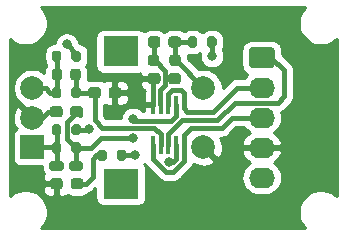
<source format=gbr>
%TF.GenerationSoftware,KiCad,Pcbnew,5.1.12-1.fc35*%
%TF.CreationDate,2021-11-27T14:31:25+00:00*%
%TF.ProjectId,kiCAD_TriSchmittHoleMount_v003.1,6b694341-445f-4547-9269-5363686d6974,rev?*%
%TF.SameCoordinates,Original*%
%TF.FileFunction,Copper,L1,Top*%
%TF.FilePolarity,Positive*%
%FSLAX46Y46*%
G04 Gerber Fmt 4.6, Leading zero omitted, Abs format (unit mm)*
G04 Created by KiCad (PCBNEW 5.1.12-1.fc35) date 2021-11-27 14:31:25*
%MOMM*%
%LPD*%
G01*
G04 APERTURE LIST*
%TA.AperFunction,ComponentPad*%
%ADD10O,2.190000X1.740000*%
%TD*%
%TA.AperFunction,SMDPad,CuDef*%
%ADD11R,0.300000X1.600000*%
%TD*%
%TA.AperFunction,ComponentPad*%
%ADD12C,2.000000*%
%TD*%
%TA.AperFunction,ComponentPad*%
%ADD13R,3.000000X2.500000*%
%TD*%
%TA.AperFunction,ComponentPad*%
%ADD14R,2.000000X2.000000*%
%TD*%
%TA.AperFunction,ViaPad*%
%ADD15C,0.800000*%
%TD*%
%TA.AperFunction,Conductor*%
%ADD16C,0.400000*%
%TD*%
%TA.AperFunction,Conductor*%
%ADD17C,1.000000*%
%TD*%
%TA.AperFunction,Conductor*%
%ADD18C,0.254000*%
%TD*%
%TA.AperFunction,Conductor*%
%ADD19C,0.100000*%
%TD*%
G04 APERTURE END LIST*
%TO.P,R7,2*%
%TO.N,Net-(D4-Pad2)*%
%TA.AperFunction,SMDPad,CuDef*%
G36*
G01*
X199875000Y-77125000D02*
X199875000Y-77675000D01*
G75*
G02*
X199675000Y-77875000I-200000J0D01*
G01*
X199275000Y-77875000D01*
G75*
G02*
X199075000Y-77675000I0J200000D01*
G01*
X199075000Y-77125000D01*
G75*
G02*
X199275000Y-76925000I200000J0D01*
G01*
X199675000Y-76925000D01*
G75*
G02*
X199875000Y-77125000I0J-200000D01*
G01*
G37*
%TD.AperFunction*%
%TO.P,R7,1*%
%TO.N,VCC*%
%TA.AperFunction,SMDPad,CuDef*%
G36*
G01*
X201525000Y-77125000D02*
X201525000Y-77675000D01*
G75*
G02*
X201325000Y-77875000I-200000J0D01*
G01*
X200925000Y-77875000D01*
G75*
G02*
X200725000Y-77675000I0J200000D01*
G01*
X200725000Y-77125000D01*
G75*
G02*
X200925000Y-76925000I200000J0D01*
G01*
X201325000Y-76925000D01*
G75*
G02*
X201525000Y-77125000I0J-200000D01*
G01*
G37*
%TD.AperFunction*%
%TD*%
%TO.P,D4,2*%
%TO.N,Net-(D4-Pad2)*%
%TA.AperFunction,SMDPad,CuDef*%
G36*
G01*
X196831334Y-80037500D02*
X196831334Y-79562500D01*
G75*
G02*
X197068834Y-79325000I237500J0D01*
G01*
X197643834Y-79325000D01*
G75*
G02*
X197881334Y-79562500I0J-237500D01*
G01*
X197881334Y-80037500D01*
G75*
G02*
X197643834Y-80275000I-237500J0D01*
G01*
X197068834Y-80275000D01*
G75*
G02*
X196831334Y-80037500I0J237500D01*
G01*
G37*
%TD.AperFunction*%
%TO.P,D4,1*%
%TO.N,GND*%
%TA.AperFunction,SMDPad,CuDef*%
G36*
G01*
X195081334Y-80037500D02*
X195081334Y-79562500D01*
G75*
G02*
X195318834Y-79325000I237500J0D01*
G01*
X195893834Y-79325000D01*
G75*
G02*
X196131334Y-79562500I0J-237500D01*
G01*
X196131334Y-80037500D01*
G75*
G02*
X195893834Y-80275000I-237500J0D01*
G01*
X195318834Y-80275000D01*
G75*
G02*
X195081334Y-80037500I0J237500D01*
G01*
G37*
%TD.AperFunction*%
%TD*%
D10*
%TO.P,J1,5*%
%TO.N,VCC*%
X213000000Y-79280000D03*
%TO.P,J1,4*%
%TO.N,GND*%
X213000000Y-76740000D03*
%TO.P,J1,3*%
%TO.N,/EncSw_Out*%
X213000000Y-74200000D03*
%TO.P,J1,2*%
%TO.N,/EncB_Out*%
X213000000Y-71660000D03*
%TO.P,J1,1*%
%TO.N,/EncA_Out*%
%TA.AperFunction,ComponentPad*%
G36*
G01*
X212154999Y-68250000D02*
X213845001Y-68250000D01*
G75*
G02*
X214095000Y-68499999I0J-249999D01*
G01*
X214095000Y-69740001D01*
G75*
G02*
X213845001Y-69990000I-249999J0D01*
G01*
X212154999Y-69990000D01*
G75*
G02*
X211905000Y-69740001I0J249999D01*
G01*
X211905000Y-68499999D01*
G75*
G02*
X212154999Y-68250000I249999J0D01*
G01*
G37*
%TD.AperFunction*%
%TD*%
D11*
%TO.P,U1,8*%
%TO.N,VCC*%
X205725000Y-76500000D03*
%TO.P,U1,7*%
%TO.N,/EncA_Out*%
X205075000Y-76500000D03*
%TO.P,U1,6*%
%TO.N,Trig_EncB*%
X204425000Y-76500000D03*
%TO.P,U1,5*%
%TO.N,/EncSw_Out*%
X203775000Y-76500000D03*
%TO.P,U1,4*%
%TO.N,GND*%
X203775000Y-73100000D03*
%TO.P,U1,3*%
%TO.N,Trig_EncSw*%
X204425000Y-73100000D03*
%TO.P,U1,2*%
%TO.N,/EncB_Out*%
X205075000Y-73100000D03*
%TO.P,U1,1*%
%TO.N,Trig_EncA*%
X205725000Y-73100000D03*
%TD*%
%TO.P,R6,2*%
%TO.N,Sig_EncSw*%
%TA.AperFunction,SMDPad,CuDef*%
G36*
G01*
X205175000Y-69587500D02*
X205175000Y-69112500D01*
G75*
G02*
X205412500Y-68875000I237500J0D01*
G01*
X205912500Y-68875000D01*
G75*
G02*
X206150000Y-69112500I0J-237500D01*
G01*
X206150000Y-69587500D01*
G75*
G02*
X205912500Y-69825000I-237500J0D01*
G01*
X205412500Y-69825000D01*
G75*
G02*
X205175000Y-69587500I0J237500D01*
G01*
G37*
%TD.AperFunction*%
%TO.P,R6,1*%
%TO.N,Trig_EncSw*%
%TA.AperFunction,SMDPad,CuDef*%
G36*
G01*
X203350000Y-69587500D02*
X203350000Y-69112500D01*
G75*
G02*
X203587500Y-68875000I237500J0D01*
G01*
X204087500Y-68875000D01*
G75*
G02*
X204325000Y-69112500I0J-237500D01*
G01*
X204325000Y-69587500D01*
G75*
G02*
X204087500Y-69825000I-237500J0D01*
G01*
X203587500Y-69825000D01*
G75*
G02*
X203350000Y-69587500I0J237500D01*
G01*
G37*
%TD.AperFunction*%
%TD*%
%TO.P,R5,2*%
%TO.N,VCC*%
%TA.AperFunction,SMDPad,CuDef*%
G36*
G01*
X208375000Y-68075000D02*
X208375000Y-67525000D01*
G75*
G02*
X208575000Y-67325000I200000J0D01*
G01*
X208975000Y-67325000D01*
G75*
G02*
X209175000Y-67525000I0J-200000D01*
G01*
X209175000Y-68075000D01*
G75*
G02*
X208975000Y-68275000I-200000J0D01*
G01*
X208575000Y-68275000D01*
G75*
G02*
X208375000Y-68075000I0J200000D01*
G01*
G37*
%TD.AperFunction*%
%TO.P,R5,1*%
%TO.N,Sig_EncSw*%
%TA.AperFunction,SMDPad,CuDef*%
G36*
G01*
X206725000Y-68075000D02*
X206725000Y-67525000D01*
G75*
G02*
X206925000Y-67325000I200000J0D01*
G01*
X207325000Y-67325000D01*
G75*
G02*
X207525000Y-67525000I0J-200000D01*
G01*
X207525000Y-68075000D01*
G75*
G02*
X207325000Y-68275000I-200000J0D01*
G01*
X206925000Y-68275000D01*
G75*
G02*
X206725000Y-68075000I0J200000D01*
G01*
G37*
%TD.AperFunction*%
%TD*%
%TO.P,R4,2*%
%TO.N,Sig_EncB*%
%TA.AperFunction,SMDPad,CuDef*%
G36*
G01*
X196033834Y-71825000D02*
X196033834Y-72375000D01*
G75*
G02*
X195833834Y-72575000I-200000J0D01*
G01*
X195433834Y-72575000D01*
G75*
G02*
X195233834Y-72375000I0J200000D01*
G01*
X195233834Y-71825000D01*
G75*
G02*
X195433834Y-71625000I200000J0D01*
G01*
X195833834Y-71625000D01*
G75*
G02*
X196033834Y-71825000I0J-200000D01*
G01*
G37*
%TD.AperFunction*%
%TO.P,R4,1*%
%TO.N,Trig_EncB*%
%TA.AperFunction,SMDPad,CuDef*%
G36*
G01*
X197683834Y-71825000D02*
X197683834Y-72375000D01*
G75*
G02*
X197483834Y-72575000I-200000J0D01*
G01*
X197083834Y-72575000D01*
G75*
G02*
X196883834Y-72375000I0J200000D01*
G01*
X196883834Y-71825000D01*
G75*
G02*
X197083834Y-71625000I200000J0D01*
G01*
X197483834Y-71625000D01*
G75*
G02*
X197683834Y-71825000I0J-200000D01*
G01*
G37*
%TD.AperFunction*%
%TD*%
%TO.P,R3,2*%
%TO.N,VCC*%
%TA.AperFunction,SMDPad,CuDef*%
G36*
G01*
X196883834Y-69275000D02*
X196883834Y-68725000D01*
G75*
G02*
X197083834Y-68525000I200000J0D01*
G01*
X197483834Y-68525000D01*
G75*
G02*
X197683834Y-68725000I0J-200000D01*
G01*
X197683834Y-69275000D01*
G75*
G02*
X197483834Y-69475000I-200000J0D01*
G01*
X197083834Y-69475000D01*
G75*
G02*
X196883834Y-69275000I0J200000D01*
G01*
G37*
%TD.AperFunction*%
%TO.P,R3,1*%
%TO.N,Sig_EncB*%
%TA.AperFunction,SMDPad,CuDef*%
G36*
G01*
X195233834Y-69275000D02*
X195233834Y-68725000D01*
G75*
G02*
X195433834Y-68525000I200000J0D01*
G01*
X195833834Y-68525000D01*
G75*
G02*
X196033834Y-68725000I0J-200000D01*
G01*
X196033834Y-69275000D01*
G75*
G02*
X195833834Y-69475000I-200000J0D01*
G01*
X195433834Y-69475000D01*
G75*
G02*
X195233834Y-69275000I0J200000D01*
G01*
G37*
%TD.AperFunction*%
%TD*%
%TO.P,R2,1*%
%TO.N,Trig_EncA*%
%TA.AperFunction,SMDPad,CuDef*%
G36*
G01*
X197683834Y-76498334D02*
X197683834Y-77048334D01*
G75*
G02*
X197483834Y-77248334I-200000J0D01*
G01*
X197083834Y-77248334D01*
G75*
G02*
X196883834Y-77048334I0J200000D01*
G01*
X196883834Y-76498334D01*
G75*
G02*
X197083834Y-76298334I200000J0D01*
G01*
X197483834Y-76298334D01*
G75*
G02*
X197683834Y-76498334I0J-200000D01*
G01*
G37*
%TD.AperFunction*%
%TO.P,R2,2*%
%TO.N,Sig_EncA*%
%TA.AperFunction,SMDPad,CuDef*%
G36*
G01*
X196033834Y-76498334D02*
X196033834Y-77048334D01*
G75*
G02*
X195833834Y-77248334I-200000J0D01*
G01*
X195433834Y-77248334D01*
G75*
G02*
X195233834Y-77048334I0J200000D01*
G01*
X195233834Y-76498334D01*
G75*
G02*
X195433834Y-76298334I200000J0D01*
G01*
X195833834Y-76298334D01*
G75*
G02*
X196033834Y-76498334I0J-200000D01*
G01*
G37*
%TD.AperFunction*%
%TD*%
%TO.P,R1,1*%
%TO.N,Sig_EncA*%
%TA.AperFunction,SMDPad,CuDef*%
G36*
G01*
X195233834Y-75511668D02*
X195233834Y-74961668D01*
G75*
G02*
X195433834Y-74761668I200000J0D01*
G01*
X195833834Y-74761668D01*
G75*
G02*
X196033834Y-74961668I0J-200000D01*
G01*
X196033834Y-75511668D01*
G75*
G02*
X195833834Y-75711668I-200000J0D01*
G01*
X195433834Y-75711668D01*
G75*
G02*
X195233834Y-75511668I0J200000D01*
G01*
G37*
%TD.AperFunction*%
%TO.P,R1,2*%
%TO.N,VCC*%
%TA.AperFunction,SMDPad,CuDef*%
G36*
G01*
X196883834Y-75511668D02*
X196883834Y-74961668D01*
G75*
G02*
X197083834Y-74761668I200000J0D01*
G01*
X197483834Y-74761668D01*
G75*
G02*
X197683834Y-74961668I0J-200000D01*
G01*
X197683834Y-75511668D01*
G75*
G02*
X197483834Y-75711668I-200000J0D01*
G01*
X197083834Y-75711668D01*
G75*
G02*
X196883834Y-75511668I0J200000D01*
G01*
G37*
%TD.AperFunction*%
%TD*%
%TO.P,D3,2*%
%TO.N,Sig_EncSw*%
%TA.AperFunction,SMDPad,CuDef*%
G36*
G01*
X205100000Y-68037500D02*
X205100000Y-67562500D01*
G75*
G02*
X205337500Y-67325000I237500J0D01*
G01*
X205912500Y-67325000D01*
G75*
G02*
X206150000Y-67562500I0J-237500D01*
G01*
X206150000Y-68037500D01*
G75*
G02*
X205912500Y-68275000I-237500J0D01*
G01*
X205337500Y-68275000D01*
G75*
G02*
X205100000Y-68037500I0J237500D01*
G01*
G37*
%TD.AperFunction*%
%TO.P,D3,1*%
%TO.N,Trig_EncSw*%
%TA.AperFunction,SMDPad,CuDef*%
G36*
G01*
X203350000Y-68037500D02*
X203350000Y-67562500D01*
G75*
G02*
X203587500Y-67325000I237500J0D01*
G01*
X204162500Y-67325000D01*
G75*
G02*
X204400000Y-67562500I0J-237500D01*
G01*
X204400000Y-68037500D01*
G75*
G02*
X204162500Y-68275000I-237500J0D01*
G01*
X203587500Y-68275000D01*
G75*
G02*
X203350000Y-68037500I0J237500D01*
G01*
G37*
%TD.AperFunction*%
%TD*%
%TO.P,D2,2*%
%TO.N,Sig_EncB*%
%TA.AperFunction,SMDPad,CuDef*%
G36*
G01*
X196088834Y-70293750D02*
X196088834Y-70806250D01*
G75*
G02*
X195870084Y-71025000I-218750J0D01*
G01*
X195432584Y-71025000D01*
G75*
G02*
X195213834Y-70806250I0J218750D01*
G01*
X195213834Y-70293750D01*
G75*
G02*
X195432584Y-70075000I218750J0D01*
G01*
X195870084Y-70075000D01*
G75*
G02*
X196088834Y-70293750I0J-218750D01*
G01*
G37*
%TD.AperFunction*%
%TO.P,D2,1*%
%TO.N,Trig_EncB*%
%TA.AperFunction,SMDPad,CuDef*%
G36*
G01*
X197663834Y-70293750D02*
X197663834Y-70806250D01*
G75*
G02*
X197445084Y-71025000I-218750J0D01*
G01*
X197007584Y-71025000D01*
G75*
G02*
X196788834Y-70806250I0J218750D01*
G01*
X196788834Y-70293750D01*
G75*
G02*
X197007584Y-70075000I218750J0D01*
G01*
X197445084Y-70075000D01*
G75*
G02*
X197663834Y-70293750I0J-218750D01*
G01*
G37*
%TD.AperFunction*%
%TD*%
%TO.P,D1,1*%
%TO.N,Trig_EncA*%
%TA.AperFunction,SMDPad,CuDef*%
G36*
G01*
X197863834Y-78087500D02*
X197863834Y-78512500D01*
G75*
G02*
X197651334Y-78725000I-212500J0D01*
G01*
X196851334Y-78725000D01*
G75*
G02*
X196638834Y-78512500I0J212500D01*
G01*
X196638834Y-78087500D01*
G75*
G02*
X196851334Y-77875000I212500J0D01*
G01*
X197651334Y-77875000D01*
G75*
G02*
X197863834Y-78087500I0J-212500D01*
G01*
G37*
%TD.AperFunction*%
%TO.P,D1,2*%
%TO.N,Sig_EncA*%
%TA.AperFunction,SMDPad,CuDef*%
G36*
G01*
X196238834Y-78087500D02*
X196238834Y-78512500D01*
G75*
G02*
X196026334Y-78725000I-212500J0D01*
G01*
X195226334Y-78725000D01*
G75*
G02*
X195013834Y-78512500I0J212500D01*
G01*
X195013834Y-78087500D01*
G75*
G02*
X195226334Y-77875000I212500J0D01*
G01*
X196026334Y-77875000D01*
G75*
G02*
X196238834Y-78087500I0J-212500D01*
G01*
G37*
%TD.AperFunction*%
%TD*%
%TO.P,C3,2*%
%TO.N,Trig_EncSw*%
%TA.AperFunction,SMDPad,CuDef*%
G36*
G01*
X205075000Y-71137500D02*
X205075000Y-70662500D01*
G75*
G02*
X205312500Y-70425000I237500J0D01*
G01*
X205912500Y-70425000D01*
G75*
G02*
X206150000Y-70662500I0J-237500D01*
G01*
X206150000Y-71137500D01*
G75*
G02*
X205912500Y-71375000I-237500J0D01*
G01*
X205312500Y-71375000D01*
G75*
G02*
X205075000Y-71137500I0J237500D01*
G01*
G37*
%TD.AperFunction*%
%TO.P,C3,1*%
%TO.N,GND*%
%TA.AperFunction,SMDPad,CuDef*%
G36*
G01*
X203350000Y-71137500D02*
X203350000Y-70662500D01*
G75*
G02*
X203587500Y-70425000I237500J0D01*
G01*
X204187500Y-70425000D01*
G75*
G02*
X204425000Y-70662500I0J-237500D01*
G01*
X204425000Y-71137500D01*
G75*
G02*
X204187500Y-71375000I-237500J0D01*
G01*
X203587500Y-71375000D01*
G75*
G02*
X203350000Y-71137500I0J237500D01*
G01*
G37*
%TD.AperFunction*%
%TD*%
%TO.P,C2,2*%
%TO.N,Trig_EncB*%
%TA.AperFunction,SMDPad,CuDef*%
G36*
G01*
X199375000Y-71862500D02*
X199375000Y-72337500D01*
G75*
G02*
X199137500Y-72575000I-237500J0D01*
G01*
X198537500Y-72575000D01*
G75*
G02*
X198300000Y-72337500I0J237500D01*
G01*
X198300000Y-71862500D01*
G75*
G02*
X198537500Y-71625000I237500J0D01*
G01*
X199137500Y-71625000D01*
G75*
G02*
X199375000Y-71862500I0J-237500D01*
G01*
G37*
%TD.AperFunction*%
%TO.P,C2,1*%
%TO.N,GND*%
%TA.AperFunction,SMDPad,CuDef*%
G36*
G01*
X201100000Y-71862500D02*
X201100000Y-72337500D01*
G75*
G02*
X200862500Y-72575000I-237500J0D01*
G01*
X200262500Y-72575000D01*
G75*
G02*
X200025000Y-72337500I0J237500D01*
G01*
X200025000Y-71862500D01*
G75*
G02*
X200262500Y-71625000I237500J0D01*
G01*
X200862500Y-71625000D01*
G75*
G02*
X201100000Y-71862500I0J-237500D01*
G01*
G37*
%TD.AperFunction*%
%TD*%
%TO.P,C1,1*%
%TO.N,GND*%
%TA.AperFunction,SMDPad,CuDef*%
G36*
G01*
X195058834Y-73937500D02*
X195058834Y-73462500D01*
G75*
G02*
X195296334Y-73225000I237500J0D01*
G01*
X195896334Y-73225000D01*
G75*
G02*
X196133834Y-73462500I0J-237500D01*
G01*
X196133834Y-73937500D01*
G75*
G02*
X195896334Y-74175000I-237500J0D01*
G01*
X195296334Y-74175000D01*
G75*
G02*
X195058834Y-73937500I0J237500D01*
G01*
G37*
%TD.AperFunction*%
%TO.P,C1,2*%
%TO.N,Trig_EncA*%
%TA.AperFunction,SMDPad,CuDef*%
G36*
G01*
X196783834Y-73937500D02*
X196783834Y-73462500D01*
G75*
G02*
X197021334Y-73225000I237500J0D01*
G01*
X197621334Y-73225000D01*
G75*
G02*
X197858834Y-73462500I0J-237500D01*
G01*
X197858834Y-73937500D01*
G75*
G02*
X197621334Y-74175000I-237500J0D01*
G01*
X197021334Y-74175000D01*
G75*
G02*
X196783834Y-73937500I0J237500D01*
G01*
G37*
%TD.AperFunction*%
%TD*%
D12*
%TO.P,SW1,S2*%
%TO.N,Sig_EncSw*%
X208050000Y-71700000D03*
%TO.P,SW1,S1*%
%TO.N,GND*%
X208050000Y-76700000D03*
D13*
%TO.P,SW1,MP*%
%TO.N,N/C*%
X201050000Y-68600000D03*
X201050000Y-79800000D03*
D12*
%TO.P,SW1,B*%
%TO.N,Sig_EncB*%
X193550000Y-71700000D03*
%TO.P,SW1,C*%
%TO.N,GND*%
X193550000Y-74200000D03*
D14*
%TO.P,SW1,A*%
%TO.N,Sig_EncA*%
X193550000Y-76700000D03*
%TD*%
D15*
%TO.N,VCC*%
X208800000Y-69000000D03*
X198400000Y-75200000D03*
X205165689Y-77934303D03*
X196500002Y-68000000D03*
X202300000Y-77400000D03*
%TO.N,Trig_EncA*%
X202100000Y-75900008D03*
X202100000Y-74299977D03*
%TD*%
D16*
%TO.N,GND*%
X193550000Y-74200000D02*
X194246334Y-74200000D01*
X194100000Y-73650000D02*
X193550000Y-74200000D01*
X194900000Y-73700000D02*
X195596334Y-73700000D01*
X194400000Y-74200000D02*
X194900000Y-73700000D01*
X193550000Y-74200000D02*
X194400000Y-74200000D01*
X203775000Y-71012500D02*
X203887500Y-70900000D01*
X203775000Y-73100000D02*
X203775000Y-71012500D01*
%TO.N,VCC*%
X208775000Y-68225004D02*
X208775000Y-67800000D01*
X208800000Y-69000000D02*
X208775000Y-68225004D01*
X197283834Y-75236668D02*
X198363332Y-75236668D01*
X198363332Y-75236668D02*
X198400000Y-75200000D01*
X205725000Y-76500000D02*
X205725000Y-77700000D01*
X205725000Y-77700000D02*
X205490697Y-77934303D01*
X205490697Y-77934303D02*
X205165689Y-77934303D01*
X197283834Y-69000000D02*
X197283834Y-68783832D01*
X197283834Y-68783832D02*
X196500002Y-68000000D01*
X202300000Y-77400000D02*
X201125000Y-77400000D01*
%TO.N,Trig_EncA*%
X197251334Y-76805834D02*
X197283834Y-76773334D01*
X197251334Y-78300000D02*
X197251334Y-76805834D01*
X196483824Y-75973324D02*
X197283834Y-76773334D01*
X196483824Y-74537510D02*
X196483824Y-75973324D01*
X197321334Y-73700000D02*
X196483824Y-74537510D01*
X197321334Y-73700000D02*
X197621334Y-74000000D01*
X202100000Y-74300000D02*
X202100000Y-74300000D01*
X205725000Y-74077912D02*
X205302925Y-74499987D01*
X202300010Y-74499987D02*
X202100000Y-74299977D01*
X205725000Y-73100000D02*
X205725000Y-74077912D01*
X205302925Y-74499987D02*
X202300010Y-74499987D01*
X199399992Y-75900008D02*
X202100000Y-75900008D01*
X198526666Y-76773334D02*
X199399992Y-75900008D01*
X197283834Y-76773334D02*
X198526666Y-76773334D01*
%TO.N,Trig_EncB*%
X198837500Y-72100000D02*
X197283834Y-72100000D01*
X197283834Y-72100000D02*
X197283834Y-70607500D01*
X204425000Y-75625000D02*
X204425000Y-76500000D01*
X203899987Y-75099987D02*
X204425000Y-75625000D01*
X199499987Y-75099987D02*
X203899987Y-75099987D01*
X198837500Y-74437500D02*
X199499987Y-75099987D01*
X198837500Y-72100000D02*
X198837500Y-74437500D01*
%TO.N,Trig_EncSw*%
X203837500Y-69350000D02*
X203875000Y-69312500D01*
X203875000Y-69312500D02*
X203875000Y-67800000D01*
X204825010Y-70225010D02*
X203950000Y-69350000D01*
X203950000Y-69350000D02*
X203837500Y-69350000D01*
X205500000Y-70900000D02*
X205612500Y-70900000D01*
X204399989Y-71826587D02*
X204825010Y-71401566D01*
X204399989Y-73074989D02*
X204399989Y-71826587D01*
X205612500Y-70900000D02*
X204900000Y-70900000D01*
X204900000Y-70900000D02*
X204825010Y-70825010D01*
X204825010Y-70825010D02*
X204825010Y-70225010D01*
X204825010Y-71401566D02*
X204825010Y-70825010D01*
%TO.N,Sig_EncA*%
X195626334Y-75244168D02*
X195633834Y-75236668D01*
X195626334Y-78300000D02*
X195626334Y-75244168D01*
X193550000Y-76700000D02*
X193550000Y-77300000D01*
X195560500Y-76700000D02*
X193550000Y-76700000D01*
X195633834Y-76773334D02*
X195560500Y-76700000D01*
D17*
%TO.N,Sig_EncB*%
X193310000Y-71700000D02*
X193350000Y-71740000D01*
D16*
X195633834Y-69000000D02*
X195633834Y-72100000D01*
X195100000Y-72100000D02*
X194700000Y-71700000D01*
X195633834Y-72100000D02*
X195100000Y-72100000D01*
X194700000Y-71700000D02*
X193550000Y-71700000D01*
%TO.N,Sig_EncSw*%
X207750000Y-71779998D02*
X207345012Y-71375010D01*
X205647500Y-69335000D02*
X205662500Y-69350000D01*
X205625000Y-69312500D02*
X205662500Y-69350000D01*
X205625000Y-67800000D02*
X205625000Y-69312500D01*
X207125000Y-67800000D02*
X205625000Y-67800000D01*
X205700000Y-69350000D02*
X208050000Y-71700000D01*
X205662500Y-69350000D02*
X205700000Y-69350000D01*
%TO.N,/EncA_Out*%
X213400000Y-69600000D02*
X213200000Y-69400000D01*
X206251455Y-74400000D02*
X205075000Y-75576455D01*
X209248542Y-74400000D02*
X206251455Y-74400000D01*
X214350000Y-72930000D02*
X210718542Y-72930000D01*
X210718542Y-72930000D02*
X209248542Y-74400000D01*
X214880000Y-72400000D02*
X214350000Y-72930000D01*
X214880000Y-70180000D02*
X214880000Y-72400000D01*
X205075000Y-75576455D02*
X205075000Y-76500000D01*
X213820000Y-69120000D02*
X214880000Y-70180000D01*
X213000000Y-69120000D02*
X213820000Y-69120000D01*
%TO.N,/EncB_Out*%
X210940000Y-71660000D02*
X213000000Y-71660000D01*
X206700000Y-73700000D02*
X208900000Y-73700000D01*
X206400000Y-73400000D02*
X206700000Y-73700000D01*
X208900000Y-73700000D02*
X210940000Y-71660000D01*
X206400000Y-72104998D02*
X206400000Y-73400000D01*
X206195002Y-71900000D02*
X206400000Y-72104998D01*
X205400000Y-71900000D02*
X206195002Y-71900000D01*
X205075000Y-72225000D02*
X205400000Y-71900000D01*
X205075000Y-73100000D02*
X205075000Y-72225000D01*
%TO.N,/EncSw_Out*%
X210500000Y-74200000D02*
X213000000Y-74200000D01*
X209645001Y-75054999D02*
X210500000Y-74200000D01*
X206400000Y-77900000D02*
X206400000Y-75697085D01*
X205500000Y-78800000D02*
X206400000Y-77900000D01*
X206400000Y-75697085D02*
X207042086Y-75054999D01*
X203775000Y-77675000D02*
X204900000Y-78800000D01*
X213000000Y-74200000D02*
X213200000Y-74200000D01*
X207042086Y-75054999D02*
X209645001Y-75054999D01*
X204900000Y-78800000D02*
X205500000Y-78800000D01*
X203775000Y-76500000D02*
X203775000Y-77675000D01*
%TO.N,Net-(D4-Pad2)*%
X198700000Y-79200000D02*
X198700000Y-77700000D01*
X199000000Y-77400000D02*
X199475000Y-77400000D01*
X198700000Y-77700000D02*
X199000000Y-77400000D01*
X198100000Y-79800000D02*
X198700000Y-79200000D01*
X197375000Y-79800000D02*
X198100000Y-79800000D01*
%TD*%
D18*
%TO.N,GND*%
X216535825Y-64998382D02*
X216329534Y-65307118D01*
X216187439Y-65650166D01*
X216115000Y-66014344D01*
X216115000Y-66385656D01*
X216187439Y-66749834D01*
X216329534Y-67092882D01*
X216535825Y-67401618D01*
X216798382Y-67664175D01*
X217107118Y-67870466D01*
X217450166Y-68012561D01*
X217814344Y-68085000D01*
X218185656Y-68085000D01*
X218549834Y-68012561D01*
X218892882Y-67870466D01*
X219201618Y-67664175D01*
X219340001Y-67525792D01*
X219340000Y-80874207D01*
X219201618Y-80735825D01*
X218892882Y-80529534D01*
X218549834Y-80387439D01*
X218185656Y-80315000D01*
X217814344Y-80315000D01*
X217450166Y-80387439D01*
X217107118Y-80529534D01*
X216798382Y-80735825D01*
X216535825Y-80998382D01*
X216329534Y-81307118D01*
X216187439Y-81650166D01*
X216115000Y-82014344D01*
X216115000Y-82385656D01*
X216187439Y-82749834D01*
X216329534Y-83092882D01*
X216535825Y-83401618D01*
X216674207Y-83540000D01*
X194325793Y-83540000D01*
X194464175Y-83401618D01*
X194670466Y-83092882D01*
X194812561Y-82749834D01*
X194885000Y-82385656D01*
X194885000Y-82014344D01*
X194812561Y-81650166D01*
X194670466Y-81307118D01*
X194464175Y-80998382D01*
X194201618Y-80735825D01*
X193892882Y-80529534D01*
X193549834Y-80387439D01*
X193185656Y-80315000D01*
X192814344Y-80315000D01*
X192450166Y-80387439D01*
X192107118Y-80529534D01*
X191798382Y-80735825D01*
X191660000Y-80874207D01*
X191660000Y-80275000D01*
X194443262Y-80275000D01*
X194455522Y-80399482D01*
X194491832Y-80519180D01*
X194550797Y-80629494D01*
X194630149Y-80726185D01*
X194726840Y-80805537D01*
X194837154Y-80864502D01*
X194956852Y-80900812D01*
X195081334Y-80913072D01*
X195320584Y-80910000D01*
X195479334Y-80751250D01*
X195479334Y-79927000D01*
X194605084Y-79927000D01*
X194446334Y-80085750D01*
X194443262Y-80275000D01*
X191660000Y-80275000D01*
X191660000Y-74262595D01*
X191908282Y-74262595D01*
X191952039Y-74581675D01*
X192057205Y-74886088D01*
X192150186Y-75060044D01*
X192299223Y-75114024D01*
X192195506Y-75169463D01*
X192098815Y-75248815D01*
X192019463Y-75345506D01*
X191960498Y-75455820D01*
X191924188Y-75575518D01*
X191911928Y-75700000D01*
X191911928Y-77700000D01*
X191924188Y-77824482D01*
X191960498Y-77944180D01*
X192019463Y-78054494D01*
X192098815Y-78151185D01*
X192195506Y-78230537D01*
X192305820Y-78289502D01*
X192425518Y-78325812D01*
X192550000Y-78338072D01*
X194375762Y-78338072D01*
X194375762Y-78512500D01*
X194392106Y-78678438D01*
X194440508Y-78838000D01*
X194519109Y-78985052D01*
X194533590Y-79002697D01*
X194491832Y-79080820D01*
X194455522Y-79200518D01*
X194443262Y-79325000D01*
X194446334Y-79514250D01*
X194605084Y-79673000D01*
X195479334Y-79673000D01*
X195479334Y-79653000D01*
X195733334Y-79653000D01*
X195733334Y-79673000D01*
X195753334Y-79673000D01*
X195753334Y-79927000D01*
X195733334Y-79927000D01*
X195733334Y-80751250D01*
X195892084Y-80910000D01*
X196131334Y-80913072D01*
X196255816Y-80900812D01*
X196375514Y-80864502D01*
X196485828Y-80805537D01*
X196558495Y-80745901D01*
X196582392Y-80765512D01*
X196733767Y-80846423D01*
X196898018Y-80896248D01*
X197068834Y-80913072D01*
X197643834Y-80913072D01*
X197814650Y-80896248D01*
X197978901Y-80846423D01*
X198130276Y-80765512D01*
X198262957Y-80656623D01*
X198299544Y-80612041D01*
X198421087Y-80575172D01*
X198566146Y-80497636D01*
X198693291Y-80393291D01*
X198719445Y-80361422D01*
X198911928Y-80168939D01*
X198911928Y-81050000D01*
X198924188Y-81174482D01*
X198960498Y-81294180D01*
X199019463Y-81404494D01*
X199098815Y-81501185D01*
X199195506Y-81580537D01*
X199305820Y-81639502D01*
X199425518Y-81675812D01*
X199550000Y-81688072D01*
X202550000Y-81688072D01*
X202674482Y-81675812D01*
X202794180Y-81639502D01*
X202904494Y-81580537D01*
X203001185Y-81501185D01*
X203080537Y-81404494D01*
X203139502Y-81294180D01*
X203175812Y-81174482D01*
X203188072Y-81050000D01*
X203188072Y-78550000D01*
X203175812Y-78425518D01*
X203139502Y-78305820D01*
X203080537Y-78195506D01*
X203029903Y-78133808D01*
X203058276Y-78105435D01*
X203076239Y-78139040D01*
X203077365Y-78141146D01*
X203181710Y-78268291D01*
X203213574Y-78294441D01*
X204280558Y-79361426D01*
X204306709Y-79393291D01*
X204433854Y-79497636D01*
X204578913Y-79575172D01*
X204736311Y-79622918D01*
X204858981Y-79635000D01*
X204858991Y-79635000D01*
X204899999Y-79639039D01*
X204941007Y-79635000D01*
X205458982Y-79635000D01*
X205500000Y-79639040D01*
X205541018Y-79635000D01*
X205541019Y-79635000D01*
X205663689Y-79622918D01*
X205821087Y-79575172D01*
X205966146Y-79497636D01*
X206093291Y-79393291D01*
X206119446Y-79361421D01*
X206200867Y-79280000D01*
X211262718Y-79280000D01*
X211291776Y-79575032D01*
X211377834Y-79858725D01*
X211517583Y-80120179D01*
X211705655Y-80349345D01*
X211934821Y-80537417D01*
X212196275Y-80677166D01*
X212479968Y-80763224D01*
X212701064Y-80785000D01*
X213298936Y-80785000D01*
X213520032Y-80763224D01*
X213803725Y-80677166D01*
X214065179Y-80537417D01*
X214294345Y-80349345D01*
X214482417Y-80120179D01*
X214622166Y-79858725D01*
X214708224Y-79575032D01*
X214737282Y-79280000D01*
X214708224Y-78984968D01*
X214622166Y-78701275D01*
X214482417Y-78439821D01*
X214294345Y-78210655D01*
X214065179Y-78022583D01*
X214036848Y-78007440D01*
X214177433Y-77914708D01*
X214388306Y-77706326D01*
X214554474Y-77460809D01*
X214669551Y-77187591D01*
X214686302Y-77100031D01*
X214565246Y-76867000D01*
X213127000Y-76867000D01*
X213127000Y-76887000D01*
X212873000Y-76887000D01*
X212873000Y-76867000D01*
X211434754Y-76867000D01*
X211313698Y-77100031D01*
X211330449Y-77187591D01*
X211445526Y-77460809D01*
X211611694Y-77706326D01*
X211822567Y-77914708D01*
X211963152Y-78007440D01*
X211934821Y-78022583D01*
X211705655Y-78210655D01*
X211517583Y-78439821D01*
X211377834Y-78701275D01*
X211291776Y-78984968D01*
X211262718Y-79280000D01*
X206200867Y-79280000D01*
X206961427Y-78519440D01*
X206993291Y-78493291D01*
X207097636Y-78366146D01*
X207175172Y-78221087D01*
X207209130Y-78109142D01*
X207479571Y-78240704D01*
X207791108Y-78322384D01*
X208112595Y-78341718D01*
X208431675Y-78297961D01*
X208736088Y-78192795D01*
X208910044Y-78099814D01*
X209005808Y-77835413D01*
X208050000Y-76879605D01*
X208035858Y-76893748D01*
X207856253Y-76714143D01*
X207870395Y-76700000D01*
X207856253Y-76685858D01*
X208035858Y-76506253D01*
X208050000Y-76520395D01*
X208064143Y-76506253D01*
X208243748Y-76685858D01*
X208229605Y-76700000D01*
X209185413Y-77655808D01*
X209449814Y-77560044D01*
X209590704Y-77270429D01*
X209672384Y-76958892D01*
X209691718Y-76637405D01*
X209647961Y-76318325D01*
X209542795Y-76013912D01*
X209476562Y-75889999D01*
X209603983Y-75889999D01*
X209645001Y-75894039D01*
X209686019Y-75889999D01*
X209686020Y-75889999D01*
X209808690Y-75877917D01*
X209966088Y-75830171D01*
X210111147Y-75752635D01*
X210238292Y-75648290D01*
X210264447Y-75616420D01*
X210845868Y-75035000D01*
X211514815Y-75035000D01*
X211517583Y-75040179D01*
X211705655Y-75269345D01*
X211934821Y-75457417D01*
X211963152Y-75472560D01*
X211822567Y-75565292D01*
X211611694Y-75773674D01*
X211445526Y-76019191D01*
X211330449Y-76292409D01*
X211313698Y-76379969D01*
X211434754Y-76613000D01*
X212873000Y-76613000D01*
X212873000Y-76593000D01*
X213127000Y-76593000D01*
X213127000Y-76613000D01*
X214565246Y-76613000D01*
X214686302Y-76379969D01*
X214669551Y-76292409D01*
X214554474Y-76019191D01*
X214388306Y-75773674D01*
X214177433Y-75565292D01*
X214036848Y-75472560D01*
X214065179Y-75457417D01*
X214294345Y-75269345D01*
X214482417Y-75040179D01*
X214622166Y-74778725D01*
X214708224Y-74495032D01*
X214737282Y-74200000D01*
X214708224Y-73904968D01*
X214649594Y-73711692D01*
X214671087Y-73705172D01*
X214816146Y-73627636D01*
X214943291Y-73523291D01*
X214969446Y-73491421D01*
X215441421Y-73019446D01*
X215473291Y-72993291D01*
X215577636Y-72866146D01*
X215655172Y-72721087D01*
X215702918Y-72563689D01*
X215715000Y-72441019D01*
X215719040Y-72400001D01*
X215715000Y-72358982D01*
X215715000Y-70221007D01*
X215719039Y-70179999D01*
X215715000Y-70138991D01*
X215715000Y-70138981D01*
X215702918Y-70016311D01*
X215655172Y-69858913D01*
X215577636Y-69713854D01*
X215473291Y-69586709D01*
X215441428Y-69560560D01*
X214733072Y-68852205D01*
X214733072Y-68499999D01*
X214716008Y-68326745D01*
X214665472Y-68160149D01*
X214583405Y-68006613D01*
X214472962Y-67872038D01*
X214338387Y-67761595D01*
X214184851Y-67679528D01*
X214018255Y-67628992D01*
X213845001Y-67611928D01*
X212154999Y-67611928D01*
X211981745Y-67628992D01*
X211815149Y-67679528D01*
X211661613Y-67761595D01*
X211527038Y-67872038D01*
X211416595Y-68006613D01*
X211334528Y-68160149D01*
X211283992Y-68326745D01*
X211266928Y-68499999D01*
X211266928Y-69740001D01*
X211283992Y-69913255D01*
X211334528Y-70079851D01*
X211416595Y-70233387D01*
X211527038Y-70367962D01*
X211661613Y-70478405D01*
X211771114Y-70536934D01*
X211705655Y-70590655D01*
X211517583Y-70819821D01*
X211514815Y-70825000D01*
X210981018Y-70825000D01*
X210940000Y-70820960D01*
X210898982Y-70825000D01*
X210898981Y-70825000D01*
X210776311Y-70837082D01*
X210644448Y-70877082D01*
X210618913Y-70884828D01*
X210473854Y-70962364D01*
X210384740Y-71035498D01*
X210346709Y-71066709D01*
X210320563Y-71098568D01*
X209685000Y-71734132D01*
X209685000Y-71538967D01*
X209622168Y-71223088D01*
X209498918Y-70925537D01*
X209319987Y-70657748D01*
X209092252Y-70430013D01*
X208824463Y-70251082D01*
X208526912Y-70127832D01*
X208211033Y-70065000D01*
X207888967Y-70065000D01*
X207644496Y-70113628D01*
X206788072Y-69257205D01*
X206788072Y-69112500D01*
X206771248Y-68941684D01*
X206757297Y-68895694D01*
X206761500Y-68896969D01*
X206925000Y-68913072D01*
X207325000Y-68913072D01*
X207488500Y-68896969D01*
X207645716Y-68849278D01*
X207790049Y-68772130D01*
X207765000Y-68898061D01*
X207765000Y-69101939D01*
X207804774Y-69301898D01*
X207882795Y-69490256D01*
X207996063Y-69659774D01*
X208140226Y-69803937D01*
X208309744Y-69917205D01*
X208498102Y-69995226D01*
X208698061Y-70035000D01*
X208901939Y-70035000D01*
X209101898Y-69995226D01*
X209290256Y-69917205D01*
X209459774Y-69803937D01*
X209603937Y-69659774D01*
X209717205Y-69490256D01*
X209795226Y-69301898D01*
X209835000Y-69101939D01*
X209835000Y-68898061D01*
X209795226Y-68698102D01*
X209717205Y-68509744D01*
X209701162Y-68485734D01*
X209749278Y-68395716D01*
X209796969Y-68238500D01*
X209813072Y-68075000D01*
X209813072Y-67525000D01*
X209796969Y-67361500D01*
X209749278Y-67204284D01*
X209671831Y-67059392D01*
X209567606Y-66932394D01*
X209440608Y-66828169D01*
X209295716Y-66750722D01*
X209138500Y-66703031D01*
X208975000Y-66686928D01*
X208575000Y-66686928D01*
X208411500Y-66703031D01*
X208254284Y-66750722D01*
X208109392Y-66828169D01*
X207982394Y-66932394D01*
X207950000Y-66971866D01*
X207917606Y-66932394D01*
X207790608Y-66828169D01*
X207645716Y-66750722D01*
X207488500Y-66703031D01*
X207325000Y-66686928D01*
X206925000Y-66686928D01*
X206761500Y-66703031D01*
X206604284Y-66750722D01*
X206459392Y-66828169D01*
X206425317Y-66856134D01*
X206398942Y-66834488D01*
X206247567Y-66753577D01*
X206083316Y-66703752D01*
X205912500Y-66686928D01*
X205337500Y-66686928D01*
X205166684Y-66703752D01*
X205002433Y-66753577D01*
X204851058Y-66834488D01*
X204750000Y-66917425D01*
X204648942Y-66834488D01*
X204497567Y-66753577D01*
X204333316Y-66703752D01*
X204162500Y-66686928D01*
X203587500Y-66686928D01*
X203416684Y-66703752D01*
X203252433Y-66753577D01*
X203101058Y-66834488D01*
X203009834Y-66909354D01*
X203001185Y-66898815D01*
X202904494Y-66819463D01*
X202794180Y-66760498D01*
X202674482Y-66724188D01*
X202550000Y-66711928D01*
X199550000Y-66711928D01*
X199425518Y-66724188D01*
X199305820Y-66760498D01*
X199195506Y-66819463D01*
X199098815Y-66898815D01*
X199019463Y-66995506D01*
X198960498Y-67105820D01*
X198924188Y-67225518D01*
X198911928Y-67350000D01*
X198911928Y-69850000D01*
X198924188Y-69974482D01*
X198960498Y-70094180D01*
X199019463Y-70204494D01*
X199098815Y-70301185D01*
X199195506Y-70380537D01*
X199305820Y-70439502D01*
X199425518Y-70475812D01*
X199550000Y-70488072D01*
X202550000Y-70488072D01*
X202674482Y-70475812D01*
X202712565Y-70464260D01*
X202715000Y-70614250D01*
X202873750Y-70773000D01*
X203760500Y-70773000D01*
X203760500Y-70753000D01*
X203990010Y-70753000D01*
X203990010Y-70783991D01*
X203985970Y-70825010D01*
X203990010Y-70866028D01*
X203990010Y-71047000D01*
X203760500Y-71047000D01*
X203760500Y-71027000D01*
X202873750Y-71027000D01*
X202715000Y-71185750D01*
X202711928Y-71375000D01*
X202724188Y-71499482D01*
X202760498Y-71619180D01*
X202819463Y-71729494D01*
X202898815Y-71826185D01*
X202995506Y-71905537D01*
X203088392Y-71955186D01*
X203032089Y-72064219D01*
X202997483Y-72184420D01*
X202986992Y-72309063D01*
X202990000Y-72814250D01*
X203148750Y-72973000D01*
X203564989Y-72973000D01*
X203564989Y-73116007D01*
X203575921Y-73227000D01*
X203148750Y-73227000D01*
X202990000Y-73385750D01*
X202988337Y-73664987D01*
X202920497Y-73664987D01*
X202903937Y-73640203D01*
X202759774Y-73496040D01*
X202590256Y-73382772D01*
X202401898Y-73304751D01*
X202201939Y-73264977D01*
X201998061Y-73264977D01*
X201798102Y-73304751D01*
X201609744Y-73382772D01*
X201440226Y-73496040D01*
X201296063Y-73640203D01*
X201182795Y-73809721D01*
X201104774Y-73998079D01*
X201065000Y-74198038D01*
X201065000Y-74264987D01*
X199845855Y-74264987D01*
X199672500Y-74091633D01*
X199672500Y-73106603D01*
X199780820Y-73164502D01*
X199900518Y-73200812D01*
X200025000Y-73213072D01*
X200276750Y-73210000D01*
X200435500Y-73051250D01*
X200435500Y-72227000D01*
X200689500Y-72227000D01*
X200689500Y-73051250D01*
X200848250Y-73210000D01*
X201100000Y-73213072D01*
X201224482Y-73200812D01*
X201344180Y-73164502D01*
X201454494Y-73105537D01*
X201551185Y-73026185D01*
X201630537Y-72929494D01*
X201689502Y-72819180D01*
X201725812Y-72699482D01*
X201738072Y-72575000D01*
X201735000Y-72385750D01*
X201576250Y-72227000D01*
X200689500Y-72227000D01*
X200435500Y-72227000D01*
X200415500Y-72227000D01*
X200415500Y-71973000D01*
X200435500Y-71973000D01*
X200435500Y-71148750D01*
X200689500Y-71148750D01*
X200689500Y-71973000D01*
X201576250Y-71973000D01*
X201735000Y-71814250D01*
X201738072Y-71625000D01*
X201725812Y-71500518D01*
X201689502Y-71380820D01*
X201630537Y-71270506D01*
X201551185Y-71173815D01*
X201454494Y-71094463D01*
X201344180Y-71035498D01*
X201224482Y-70999188D01*
X201100000Y-70986928D01*
X200848250Y-70990000D01*
X200689500Y-71148750D01*
X200435500Y-71148750D01*
X200276750Y-70990000D01*
X200025000Y-70986928D01*
X199900518Y-70999188D01*
X199780820Y-71035498D01*
X199670506Y-71094463D01*
X199622606Y-71133774D01*
X199472567Y-71053577D01*
X199308316Y-71003752D01*
X199137500Y-70986928D01*
X198537500Y-70986928D01*
X198366684Y-71003752D01*
X198267071Y-71033969D01*
X198285442Y-70973408D01*
X198301906Y-70806250D01*
X198301906Y-70293750D01*
X198285442Y-70126592D01*
X198236684Y-69965858D01*
X198157505Y-69817725D01*
X198137441Y-69793277D01*
X198180665Y-69740608D01*
X198258112Y-69595716D01*
X198305803Y-69438500D01*
X198321906Y-69275000D01*
X198321906Y-68725000D01*
X198305803Y-68561500D01*
X198258112Y-68404284D01*
X198180665Y-68259392D01*
X198076440Y-68132394D01*
X197949442Y-68028169D01*
X197804550Y-67950722D01*
X197647334Y-67903031D01*
X197576971Y-67896101D01*
X197524094Y-67843224D01*
X197495228Y-67698102D01*
X197417207Y-67509744D01*
X197303939Y-67340226D01*
X197159776Y-67196063D01*
X196990258Y-67082795D01*
X196801900Y-67004774D01*
X196601941Y-66965000D01*
X196398063Y-66965000D01*
X196198104Y-67004774D01*
X196009746Y-67082795D01*
X195840228Y-67196063D01*
X195696065Y-67340226D01*
X195582797Y-67509744D01*
X195504776Y-67698102D01*
X195467216Y-67886928D01*
X195433834Y-67886928D01*
X195270334Y-67903031D01*
X195113118Y-67950722D01*
X194968226Y-68028169D01*
X194841228Y-68132394D01*
X194737003Y-68259392D01*
X194659556Y-68404284D01*
X194611865Y-68561500D01*
X194595762Y-68725000D01*
X194595762Y-69275000D01*
X194611865Y-69438500D01*
X194659556Y-69595716D01*
X194737003Y-69740608D01*
X194760227Y-69768906D01*
X194720163Y-69817725D01*
X194640984Y-69965858D01*
X194592226Y-70126592D01*
X194575762Y-70293750D01*
X194575762Y-70418995D01*
X194324463Y-70251082D01*
X194026912Y-70127832D01*
X193711033Y-70065000D01*
X193388967Y-70065000D01*
X193073088Y-70127832D01*
X192775537Y-70251082D01*
X192507748Y-70430013D01*
X192280013Y-70657748D01*
X192101082Y-70925537D01*
X191977832Y-71223088D01*
X191915000Y-71538967D01*
X191915000Y-71861033D01*
X191977832Y-72176912D01*
X192101082Y-72474463D01*
X192280013Y-72742252D01*
X192507748Y-72969987D01*
X192604935Y-73034925D01*
X192594192Y-73064587D01*
X193550000Y-74020395D01*
X193564143Y-74006253D01*
X193743748Y-74185858D01*
X193729605Y-74200000D01*
X193743748Y-74214143D01*
X193564143Y-74393748D01*
X193550000Y-74379605D01*
X193535858Y-74393748D01*
X193356253Y-74214143D01*
X193370395Y-74200000D01*
X192414587Y-73244192D01*
X192150186Y-73339956D01*
X192009296Y-73629571D01*
X191927616Y-73941108D01*
X191908282Y-74262595D01*
X191660000Y-74262595D01*
X191660000Y-67525793D01*
X191798382Y-67664175D01*
X192107118Y-67870466D01*
X192450166Y-68012561D01*
X192814344Y-68085000D01*
X193185656Y-68085000D01*
X193549834Y-68012561D01*
X193892882Y-67870466D01*
X194201618Y-67664175D01*
X194464175Y-67401618D01*
X194670466Y-67092882D01*
X194812561Y-66749834D01*
X194885000Y-66385656D01*
X194885000Y-66014344D01*
X194812561Y-65650166D01*
X194670466Y-65307118D01*
X194464175Y-64998382D01*
X194325793Y-64860000D01*
X216674207Y-64860000D01*
X216535825Y-64998382D01*
%TA.AperFunction,Conductor*%
D19*
G36*
X216535825Y-64998382D02*
G01*
X216329534Y-65307118D01*
X216187439Y-65650166D01*
X216115000Y-66014344D01*
X216115000Y-66385656D01*
X216187439Y-66749834D01*
X216329534Y-67092882D01*
X216535825Y-67401618D01*
X216798382Y-67664175D01*
X217107118Y-67870466D01*
X217450166Y-68012561D01*
X217814344Y-68085000D01*
X218185656Y-68085000D01*
X218549834Y-68012561D01*
X218892882Y-67870466D01*
X219201618Y-67664175D01*
X219340001Y-67525792D01*
X219340000Y-80874207D01*
X219201618Y-80735825D01*
X218892882Y-80529534D01*
X218549834Y-80387439D01*
X218185656Y-80315000D01*
X217814344Y-80315000D01*
X217450166Y-80387439D01*
X217107118Y-80529534D01*
X216798382Y-80735825D01*
X216535825Y-80998382D01*
X216329534Y-81307118D01*
X216187439Y-81650166D01*
X216115000Y-82014344D01*
X216115000Y-82385656D01*
X216187439Y-82749834D01*
X216329534Y-83092882D01*
X216535825Y-83401618D01*
X216674207Y-83540000D01*
X194325793Y-83540000D01*
X194464175Y-83401618D01*
X194670466Y-83092882D01*
X194812561Y-82749834D01*
X194885000Y-82385656D01*
X194885000Y-82014344D01*
X194812561Y-81650166D01*
X194670466Y-81307118D01*
X194464175Y-80998382D01*
X194201618Y-80735825D01*
X193892882Y-80529534D01*
X193549834Y-80387439D01*
X193185656Y-80315000D01*
X192814344Y-80315000D01*
X192450166Y-80387439D01*
X192107118Y-80529534D01*
X191798382Y-80735825D01*
X191660000Y-80874207D01*
X191660000Y-80275000D01*
X194443262Y-80275000D01*
X194455522Y-80399482D01*
X194491832Y-80519180D01*
X194550797Y-80629494D01*
X194630149Y-80726185D01*
X194726840Y-80805537D01*
X194837154Y-80864502D01*
X194956852Y-80900812D01*
X195081334Y-80913072D01*
X195320584Y-80910000D01*
X195479334Y-80751250D01*
X195479334Y-79927000D01*
X194605084Y-79927000D01*
X194446334Y-80085750D01*
X194443262Y-80275000D01*
X191660000Y-80275000D01*
X191660000Y-74262595D01*
X191908282Y-74262595D01*
X191952039Y-74581675D01*
X192057205Y-74886088D01*
X192150186Y-75060044D01*
X192299223Y-75114024D01*
X192195506Y-75169463D01*
X192098815Y-75248815D01*
X192019463Y-75345506D01*
X191960498Y-75455820D01*
X191924188Y-75575518D01*
X191911928Y-75700000D01*
X191911928Y-77700000D01*
X191924188Y-77824482D01*
X191960498Y-77944180D01*
X192019463Y-78054494D01*
X192098815Y-78151185D01*
X192195506Y-78230537D01*
X192305820Y-78289502D01*
X192425518Y-78325812D01*
X192550000Y-78338072D01*
X194375762Y-78338072D01*
X194375762Y-78512500D01*
X194392106Y-78678438D01*
X194440508Y-78838000D01*
X194519109Y-78985052D01*
X194533590Y-79002697D01*
X194491832Y-79080820D01*
X194455522Y-79200518D01*
X194443262Y-79325000D01*
X194446334Y-79514250D01*
X194605084Y-79673000D01*
X195479334Y-79673000D01*
X195479334Y-79653000D01*
X195733334Y-79653000D01*
X195733334Y-79673000D01*
X195753334Y-79673000D01*
X195753334Y-79927000D01*
X195733334Y-79927000D01*
X195733334Y-80751250D01*
X195892084Y-80910000D01*
X196131334Y-80913072D01*
X196255816Y-80900812D01*
X196375514Y-80864502D01*
X196485828Y-80805537D01*
X196558495Y-80745901D01*
X196582392Y-80765512D01*
X196733767Y-80846423D01*
X196898018Y-80896248D01*
X197068834Y-80913072D01*
X197643834Y-80913072D01*
X197814650Y-80896248D01*
X197978901Y-80846423D01*
X198130276Y-80765512D01*
X198262957Y-80656623D01*
X198299544Y-80612041D01*
X198421087Y-80575172D01*
X198566146Y-80497636D01*
X198693291Y-80393291D01*
X198719445Y-80361422D01*
X198911928Y-80168939D01*
X198911928Y-81050000D01*
X198924188Y-81174482D01*
X198960498Y-81294180D01*
X199019463Y-81404494D01*
X199098815Y-81501185D01*
X199195506Y-81580537D01*
X199305820Y-81639502D01*
X199425518Y-81675812D01*
X199550000Y-81688072D01*
X202550000Y-81688072D01*
X202674482Y-81675812D01*
X202794180Y-81639502D01*
X202904494Y-81580537D01*
X203001185Y-81501185D01*
X203080537Y-81404494D01*
X203139502Y-81294180D01*
X203175812Y-81174482D01*
X203188072Y-81050000D01*
X203188072Y-78550000D01*
X203175812Y-78425518D01*
X203139502Y-78305820D01*
X203080537Y-78195506D01*
X203029903Y-78133808D01*
X203058276Y-78105435D01*
X203076239Y-78139040D01*
X203077365Y-78141146D01*
X203181710Y-78268291D01*
X203213574Y-78294441D01*
X204280558Y-79361426D01*
X204306709Y-79393291D01*
X204433854Y-79497636D01*
X204578913Y-79575172D01*
X204736311Y-79622918D01*
X204858981Y-79635000D01*
X204858991Y-79635000D01*
X204899999Y-79639039D01*
X204941007Y-79635000D01*
X205458982Y-79635000D01*
X205500000Y-79639040D01*
X205541018Y-79635000D01*
X205541019Y-79635000D01*
X205663689Y-79622918D01*
X205821087Y-79575172D01*
X205966146Y-79497636D01*
X206093291Y-79393291D01*
X206119446Y-79361421D01*
X206200867Y-79280000D01*
X211262718Y-79280000D01*
X211291776Y-79575032D01*
X211377834Y-79858725D01*
X211517583Y-80120179D01*
X211705655Y-80349345D01*
X211934821Y-80537417D01*
X212196275Y-80677166D01*
X212479968Y-80763224D01*
X212701064Y-80785000D01*
X213298936Y-80785000D01*
X213520032Y-80763224D01*
X213803725Y-80677166D01*
X214065179Y-80537417D01*
X214294345Y-80349345D01*
X214482417Y-80120179D01*
X214622166Y-79858725D01*
X214708224Y-79575032D01*
X214737282Y-79280000D01*
X214708224Y-78984968D01*
X214622166Y-78701275D01*
X214482417Y-78439821D01*
X214294345Y-78210655D01*
X214065179Y-78022583D01*
X214036848Y-78007440D01*
X214177433Y-77914708D01*
X214388306Y-77706326D01*
X214554474Y-77460809D01*
X214669551Y-77187591D01*
X214686302Y-77100031D01*
X214565246Y-76867000D01*
X213127000Y-76867000D01*
X213127000Y-76887000D01*
X212873000Y-76887000D01*
X212873000Y-76867000D01*
X211434754Y-76867000D01*
X211313698Y-77100031D01*
X211330449Y-77187591D01*
X211445526Y-77460809D01*
X211611694Y-77706326D01*
X211822567Y-77914708D01*
X211963152Y-78007440D01*
X211934821Y-78022583D01*
X211705655Y-78210655D01*
X211517583Y-78439821D01*
X211377834Y-78701275D01*
X211291776Y-78984968D01*
X211262718Y-79280000D01*
X206200867Y-79280000D01*
X206961427Y-78519440D01*
X206993291Y-78493291D01*
X207097636Y-78366146D01*
X207175172Y-78221087D01*
X207209130Y-78109142D01*
X207479571Y-78240704D01*
X207791108Y-78322384D01*
X208112595Y-78341718D01*
X208431675Y-78297961D01*
X208736088Y-78192795D01*
X208910044Y-78099814D01*
X209005808Y-77835413D01*
X208050000Y-76879605D01*
X208035858Y-76893748D01*
X207856253Y-76714143D01*
X207870395Y-76700000D01*
X207856253Y-76685858D01*
X208035858Y-76506253D01*
X208050000Y-76520395D01*
X208064143Y-76506253D01*
X208243748Y-76685858D01*
X208229605Y-76700000D01*
X209185413Y-77655808D01*
X209449814Y-77560044D01*
X209590704Y-77270429D01*
X209672384Y-76958892D01*
X209691718Y-76637405D01*
X209647961Y-76318325D01*
X209542795Y-76013912D01*
X209476562Y-75889999D01*
X209603983Y-75889999D01*
X209645001Y-75894039D01*
X209686019Y-75889999D01*
X209686020Y-75889999D01*
X209808690Y-75877917D01*
X209966088Y-75830171D01*
X210111147Y-75752635D01*
X210238292Y-75648290D01*
X210264447Y-75616420D01*
X210845868Y-75035000D01*
X211514815Y-75035000D01*
X211517583Y-75040179D01*
X211705655Y-75269345D01*
X211934821Y-75457417D01*
X211963152Y-75472560D01*
X211822567Y-75565292D01*
X211611694Y-75773674D01*
X211445526Y-76019191D01*
X211330449Y-76292409D01*
X211313698Y-76379969D01*
X211434754Y-76613000D01*
X212873000Y-76613000D01*
X212873000Y-76593000D01*
X213127000Y-76593000D01*
X213127000Y-76613000D01*
X214565246Y-76613000D01*
X214686302Y-76379969D01*
X214669551Y-76292409D01*
X214554474Y-76019191D01*
X214388306Y-75773674D01*
X214177433Y-75565292D01*
X214036848Y-75472560D01*
X214065179Y-75457417D01*
X214294345Y-75269345D01*
X214482417Y-75040179D01*
X214622166Y-74778725D01*
X214708224Y-74495032D01*
X214737282Y-74200000D01*
X214708224Y-73904968D01*
X214649594Y-73711692D01*
X214671087Y-73705172D01*
X214816146Y-73627636D01*
X214943291Y-73523291D01*
X214969446Y-73491421D01*
X215441421Y-73019446D01*
X215473291Y-72993291D01*
X215577636Y-72866146D01*
X215655172Y-72721087D01*
X215702918Y-72563689D01*
X215715000Y-72441019D01*
X215719040Y-72400001D01*
X215715000Y-72358982D01*
X215715000Y-70221007D01*
X215719039Y-70179999D01*
X215715000Y-70138991D01*
X215715000Y-70138981D01*
X215702918Y-70016311D01*
X215655172Y-69858913D01*
X215577636Y-69713854D01*
X215473291Y-69586709D01*
X215441428Y-69560560D01*
X214733072Y-68852205D01*
X214733072Y-68499999D01*
X214716008Y-68326745D01*
X214665472Y-68160149D01*
X214583405Y-68006613D01*
X214472962Y-67872038D01*
X214338387Y-67761595D01*
X214184851Y-67679528D01*
X214018255Y-67628992D01*
X213845001Y-67611928D01*
X212154999Y-67611928D01*
X211981745Y-67628992D01*
X211815149Y-67679528D01*
X211661613Y-67761595D01*
X211527038Y-67872038D01*
X211416595Y-68006613D01*
X211334528Y-68160149D01*
X211283992Y-68326745D01*
X211266928Y-68499999D01*
X211266928Y-69740001D01*
X211283992Y-69913255D01*
X211334528Y-70079851D01*
X211416595Y-70233387D01*
X211527038Y-70367962D01*
X211661613Y-70478405D01*
X211771114Y-70536934D01*
X211705655Y-70590655D01*
X211517583Y-70819821D01*
X211514815Y-70825000D01*
X210981018Y-70825000D01*
X210940000Y-70820960D01*
X210898982Y-70825000D01*
X210898981Y-70825000D01*
X210776311Y-70837082D01*
X210644448Y-70877082D01*
X210618913Y-70884828D01*
X210473854Y-70962364D01*
X210384740Y-71035498D01*
X210346709Y-71066709D01*
X210320563Y-71098568D01*
X209685000Y-71734132D01*
X209685000Y-71538967D01*
X209622168Y-71223088D01*
X209498918Y-70925537D01*
X209319987Y-70657748D01*
X209092252Y-70430013D01*
X208824463Y-70251082D01*
X208526912Y-70127832D01*
X208211033Y-70065000D01*
X207888967Y-70065000D01*
X207644496Y-70113628D01*
X206788072Y-69257205D01*
X206788072Y-69112500D01*
X206771248Y-68941684D01*
X206757297Y-68895694D01*
X206761500Y-68896969D01*
X206925000Y-68913072D01*
X207325000Y-68913072D01*
X207488500Y-68896969D01*
X207645716Y-68849278D01*
X207790049Y-68772130D01*
X207765000Y-68898061D01*
X207765000Y-69101939D01*
X207804774Y-69301898D01*
X207882795Y-69490256D01*
X207996063Y-69659774D01*
X208140226Y-69803937D01*
X208309744Y-69917205D01*
X208498102Y-69995226D01*
X208698061Y-70035000D01*
X208901939Y-70035000D01*
X209101898Y-69995226D01*
X209290256Y-69917205D01*
X209459774Y-69803937D01*
X209603937Y-69659774D01*
X209717205Y-69490256D01*
X209795226Y-69301898D01*
X209835000Y-69101939D01*
X209835000Y-68898061D01*
X209795226Y-68698102D01*
X209717205Y-68509744D01*
X209701162Y-68485734D01*
X209749278Y-68395716D01*
X209796969Y-68238500D01*
X209813072Y-68075000D01*
X209813072Y-67525000D01*
X209796969Y-67361500D01*
X209749278Y-67204284D01*
X209671831Y-67059392D01*
X209567606Y-66932394D01*
X209440608Y-66828169D01*
X209295716Y-66750722D01*
X209138500Y-66703031D01*
X208975000Y-66686928D01*
X208575000Y-66686928D01*
X208411500Y-66703031D01*
X208254284Y-66750722D01*
X208109392Y-66828169D01*
X207982394Y-66932394D01*
X207950000Y-66971866D01*
X207917606Y-66932394D01*
X207790608Y-66828169D01*
X207645716Y-66750722D01*
X207488500Y-66703031D01*
X207325000Y-66686928D01*
X206925000Y-66686928D01*
X206761500Y-66703031D01*
X206604284Y-66750722D01*
X206459392Y-66828169D01*
X206425317Y-66856134D01*
X206398942Y-66834488D01*
X206247567Y-66753577D01*
X206083316Y-66703752D01*
X205912500Y-66686928D01*
X205337500Y-66686928D01*
X205166684Y-66703752D01*
X205002433Y-66753577D01*
X204851058Y-66834488D01*
X204750000Y-66917425D01*
X204648942Y-66834488D01*
X204497567Y-66753577D01*
X204333316Y-66703752D01*
X204162500Y-66686928D01*
X203587500Y-66686928D01*
X203416684Y-66703752D01*
X203252433Y-66753577D01*
X203101058Y-66834488D01*
X203009834Y-66909354D01*
X203001185Y-66898815D01*
X202904494Y-66819463D01*
X202794180Y-66760498D01*
X202674482Y-66724188D01*
X202550000Y-66711928D01*
X199550000Y-66711928D01*
X199425518Y-66724188D01*
X199305820Y-66760498D01*
X199195506Y-66819463D01*
X199098815Y-66898815D01*
X199019463Y-66995506D01*
X198960498Y-67105820D01*
X198924188Y-67225518D01*
X198911928Y-67350000D01*
X198911928Y-69850000D01*
X198924188Y-69974482D01*
X198960498Y-70094180D01*
X199019463Y-70204494D01*
X199098815Y-70301185D01*
X199195506Y-70380537D01*
X199305820Y-70439502D01*
X199425518Y-70475812D01*
X199550000Y-70488072D01*
X202550000Y-70488072D01*
X202674482Y-70475812D01*
X202712565Y-70464260D01*
X202715000Y-70614250D01*
X202873750Y-70773000D01*
X203760500Y-70773000D01*
X203760500Y-70753000D01*
X203990010Y-70753000D01*
X203990010Y-70783991D01*
X203985970Y-70825010D01*
X203990010Y-70866028D01*
X203990010Y-71047000D01*
X203760500Y-71047000D01*
X203760500Y-71027000D01*
X202873750Y-71027000D01*
X202715000Y-71185750D01*
X202711928Y-71375000D01*
X202724188Y-71499482D01*
X202760498Y-71619180D01*
X202819463Y-71729494D01*
X202898815Y-71826185D01*
X202995506Y-71905537D01*
X203088392Y-71955186D01*
X203032089Y-72064219D01*
X202997483Y-72184420D01*
X202986992Y-72309063D01*
X202990000Y-72814250D01*
X203148750Y-72973000D01*
X203564989Y-72973000D01*
X203564989Y-73116007D01*
X203575921Y-73227000D01*
X203148750Y-73227000D01*
X202990000Y-73385750D01*
X202988337Y-73664987D01*
X202920497Y-73664987D01*
X202903937Y-73640203D01*
X202759774Y-73496040D01*
X202590256Y-73382772D01*
X202401898Y-73304751D01*
X202201939Y-73264977D01*
X201998061Y-73264977D01*
X201798102Y-73304751D01*
X201609744Y-73382772D01*
X201440226Y-73496040D01*
X201296063Y-73640203D01*
X201182795Y-73809721D01*
X201104774Y-73998079D01*
X201065000Y-74198038D01*
X201065000Y-74264987D01*
X199845855Y-74264987D01*
X199672500Y-74091633D01*
X199672500Y-73106603D01*
X199780820Y-73164502D01*
X199900518Y-73200812D01*
X200025000Y-73213072D01*
X200276750Y-73210000D01*
X200435500Y-73051250D01*
X200435500Y-72227000D01*
X200689500Y-72227000D01*
X200689500Y-73051250D01*
X200848250Y-73210000D01*
X201100000Y-73213072D01*
X201224482Y-73200812D01*
X201344180Y-73164502D01*
X201454494Y-73105537D01*
X201551185Y-73026185D01*
X201630537Y-72929494D01*
X201689502Y-72819180D01*
X201725812Y-72699482D01*
X201738072Y-72575000D01*
X201735000Y-72385750D01*
X201576250Y-72227000D01*
X200689500Y-72227000D01*
X200435500Y-72227000D01*
X200415500Y-72227000D01*
X200415500Y-71973000D01*
X200435500Y-71973000D01*
X200435500Y-71148750D01*
X200689500Y-71148750D01*
X200689500Y-71973000D01*
X201576250Y-71973000D01*
X201735000Y-71814250D01*
X201738072Y-71625000D01*
X201725812Y-71500518D01*
X201689502Y-71380820D01*
X201630537Y-71270506D01*
X201551185Y-71173815D01*
X201454494Y-71094463D01*
X201344180Y-71035498D01*
X201224482Y-70999188D01*
X201100000Y-70986928D01*
X200848250Y-70990000D01*
X200689500Y-71148750D01*
X200435500Y-71148750D01*
X200276750Y-70990000D01*
X200025000Y-70986928D01*
X199900518Y-70999188D01*
X199780820Y-71035498D01*
X199670506Y-71094463D01*
X199622606Y-71133774D01*
X199472567Y-71053577D01*
X199308316Y-71003752D01*
X199137500Y-70986928D01*
X198537500Y-70986928D01*
X198366684Y-71003752D01*
X198267071Y-71033969D01*
X198285442Y-70973408D01*
X198301906Y-70806250D01*
X198301906Y-70293750D01*
X198285442Y-70126592D01*
X198236684Y-69965858D01*
X198157505Y-69817725D01*
X198137441Y-69793277D01*
X198180665Y-69740608D01*
X198258112Y-69595716D01*
X198305803Y-69438500D01*
X198321906Y-69275000D01*
X198321906Y-68725000D01*
X198305803Y-68561500D01*
X198258112Y-68404284D01*
X198180665Y-68259392D01*
X198076440Y-68132394D01*
X197949442Y-68028169D01*
X197804550Y-67950722D01*
X197647334Y-67903031D01*
X197576971Y-67896101D01*
X197524094Y-67843224D01*
X197495228Y-67698102D01*
X197417207Y-67509744D01*
X197303939Y-67340226D01*
X197159776Y-67196063D01*
X196990258Y-67082795D01*
X196801900Y-67004774D01*
X196601941Y-66965000D01*
X196398063Y-66965000D01*
X196198104Y-67004774D01*
X196009746Y-67082795D01*
X195840228Y-67196063D01*
X195696065Y-67340226D01*
X195582797Y-67509744D01*
X195504776Y-67698102D01*
X195467216Y-67886928D01*
X195433834Y-67886928D01*
X195270334Y-67903031D01*
X195113118Y-67950722D01*
X194968226Y-68028169D01*
X194841228Y-68132394D01*
X194737003Y-68259392D01*
X194659556Y-68404284D01*
X194611865Y-68561500D01*
X194595762Y-68725000D01*
X194595762Y-69275000D01*
X194611865Y-69438500D01*
X194659556Y-69595716D01*
X194737003Y-69740608D01*
X194760227Y-69768906D01*
X194720163Y-69817725D01*
X194640984Y-69965858D01*
X194592226Y-70126592D01*
X194575762Y-70293750D01*
X194575762Y-70418995D01*
X194324463Y-70251082D01*
X194026912Y-70127832D01*
X193711033Y-70065000D01*
X193388967Y-70065000D01*
X193073088Y-70127832D01*
X192775537Y-70251082D01*
X192507748Y-70430013D01*
X192280013Y-70657748D01*
X192101082Y-70925537D01*
X191977832Y-71223088D01*
X191915000Y-71538967D01*
X191915000Y-71861033D01*
X191977832Y-72176912D01*
X192101082Y-72474463D01*
X192280013Y-72742252D01*
X192507748Y-72969987D01*
X192604935Y-73034925D01*
X192594192Y-73064587D01*
X193550000Y-74020395D01*
X193564143Y-74006253D01*
X193743748Y-74185858D01*
X193729605Y-74200000D01*
X193743748Y-74214143D01*
X193564143Y-74393748D01*
X193550000Y-74379605D01*
X193535858Y-74393748D01*
X193356253Y-74214143D01*
X193370395Y-74200000D01*
X192414587Y-73244192D01*
X192150186Y-73339956D01*
X192009296Y-73629571D01*
X191927616Y-73941108D01*
X191908282Y-74262595D01*
X191660000Y-74262595D01*
X191660000Y-67525793D01*
X191798382Y-67664175D01*
X192107118Y-67870466D01*
X192450166Y-68012561D01*
X192814344Y-68085000D01*
X193185656Y-68085000D01*
X193549834Y-68012561D01*
X193892882Y-67870466D01*
X194201618Y-67664175D01*
X194464175Y-67401618D01*
X194670466Y-67092882D01*
X194812561Y-66749834D01*
X194885000Y-66385656D01*
X194885000Y-66014344D01*
X194812561Y-65650166D01*
X194670466Y-65307118D01*
X194464175Y-64998382D01*
X194325793Y-64860000D01*
X216674207Y-64860000D01*
X216535825Y-64998382D01*
G37*
%TD.AperFunction*%
D18*
X195723334Y-73573000D02*
X195743334Y-73573000D01*
X195743334Y-73827000D01*
X195723334Y-73827000D01*
X195723334Y-73847000D01*
X195469334Y-73847000D01*
X195469334Y-73827000D01*
X195449334Y-73827000D01*
X195449334Y-73573000D01*
X195469334Y-73573000D01*
X195469334Y-73553000D01*
X195723334Y-73553000D01*
X195723334Y-73573000D01*
%TA.AperFunction,Conductor*%
D19*
G36*
X195723334Y-73573000D02*
G01*
X195743334Y-73573000D01*
X195743334Y-73827000D01*
X195723334Y-73827000D01*
X195723334Y-73847000D01*
X195469334Y-73847000D01*
X195469334Y-73827000D01*
X195449334Y-73827000D01*
X195449334Y-73573000D01*
X195469334Y-73573000D01*
X195469334Y-73553000D01*
X195723334Y-73553000D01*
X195723334Y-73573000D01*
G37*
%TD.AperFunction*%
%TD*%
M02*

</source>
